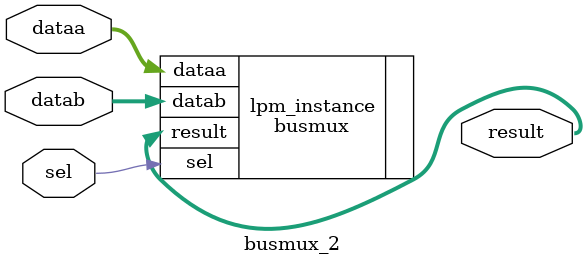
<source format=v>



module busmux_2(sel,dataa,datab,result);
input sel;
input [3:0] dataa;
input [3:0] datab;
output [3:0] result;

busmux	lpm_instance(.sel(sel),.dataa(dataa),.datab(datab),.result(result));
	defparam	lpm_instance.width = 4;

endmodule

</source>
